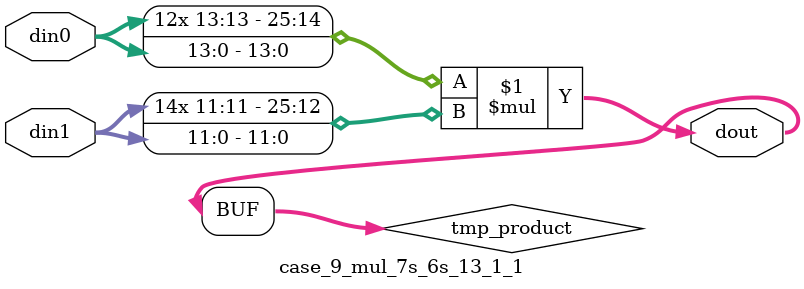
<source format=v>

`timescale 1 ns / 1 ps

 module case_9_mul_7s_6s_13_1_1(din0, din1, dout);
parameter ID = 1;
parameter NUM_STAGE = 0;
parameter din0_WIDTH = 14;
parameter din1_WIDTH = 12;
parameter dout_WIDTH = 26;

input [din0_WIDTH - 1 : 0] din0; 
input [din1_WIDTH - 1 : 0] din1; 
output [dout_WIDTH - 1 : 0] dout;

wire signed [dout_WIDTH - 1 : 0] tmp_product;



























assign tmp_product = $signed(din0) * $signed(din1);








assign dout = tmp_product;





















endmodule

</source>
